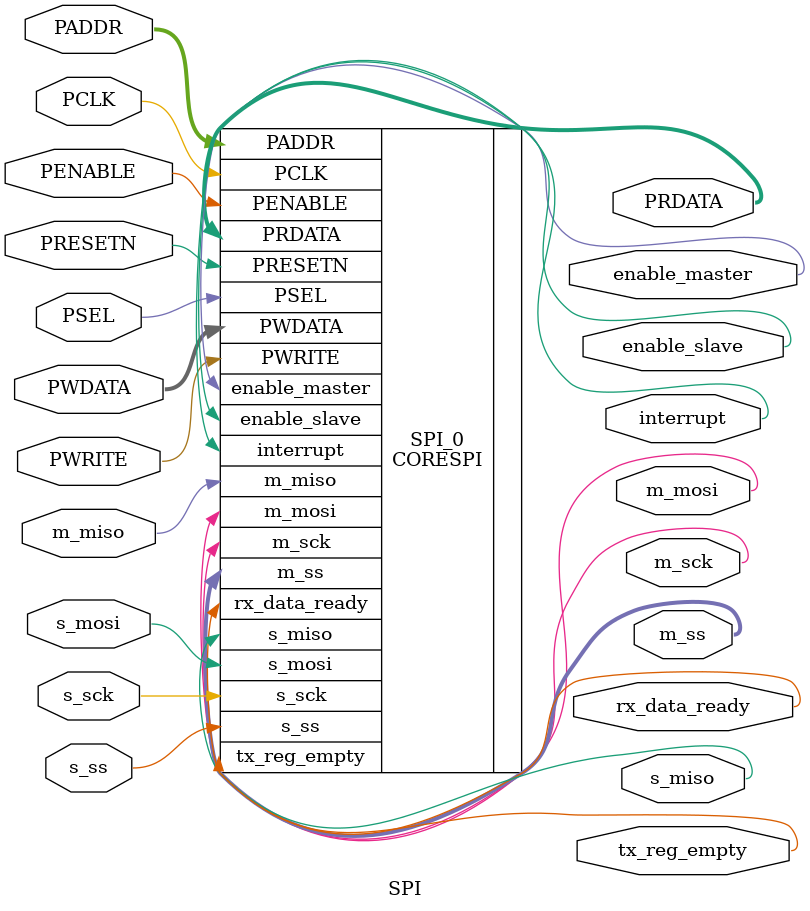
<source format=v>
`timescale 1 ns/100 ps


module SPI(
       PCLK,
       PRESETN,
       enable_master,
       enable_slave,
       interrupt,
       m_miso,
       m_mosi,
       m_sck,
       m_ss,
       rx_data_ready,
       s_miso,
       s_mosi,
       s_sck,
       s_ss,
       tx_reg_empty,
       PADDR,
       PENABLE,
       PRDATA,
       PSEL,
       PWDATA,
       PWRITE
    );
input  PCLK;
input  PRESETN;
output enable_master;
output enable_slave;
output interrupt;
input  m_miso;
output m_mosi;
output m_sck;
output [7:0] m_ss;
output rx_data_ready;
output s_miso;
input  s_mosi;
input  s_sck;
input  s_ss;
output tx_reg_empty;
input  [3:0] PADDR;
input  PENABLE;
output [7:0] PRDATA;
input  PSEL;
input  [7:0] PWDATA;
input  PWRITE;

    wire GND_net, VCC_net;
    
    VCC VCC (.Y(VCC_net));
    GND GND (.Y(GND_net));
    CORESPI #( .FAMILY(16), .USE_MASTER(0), .USE_SLAVE(1) )  SPI_0 (
        .PADDR({PADDR[3], PADDR[2], PADDR[1], PADDR[0]}), .PCLK(PCLK), 
        .PENABLE(PENABLE), .PRDATA({PRDATA[7], PRDATA[6], PRDATA[5], 
        PRDATA[4], PRDATA[3], PRDATA[2], PRDATA[1], PRDATA[0]}), 
        .PRESETN(PRESETN), .PSEL(PSEL), .PWDATA({PWDATA[7], PWDATA[6], 
        PWDATA[5], PWDATA[4], PWDATA[3], PWDATA[2], PWDATA[1], 
        PWDATA[0]}), .PWRITE(PWRITE), .enable_master(enable_master), 
        .enable_slave(enable_slave), .interrupt(interrupt), .m_miso(
        m_miso), .m_mosi(m_mosi), .m_sck(m_sck), .m_ss({m_ss[7], 
        m_ss[6], m_ss[5], m_ss[4], m_ss[3], m_ss[2], m_ss[1], m_ss[0]})
        , .rx_data_ready(rx_data_ready), .s_miso(s_miso), .s_mosi(
        s_mosi), .s_sck(s_sck), .s_ss(s_ss), .tx_reg_empty(
        tx_reg_empty));
    
endmodule

</source>
